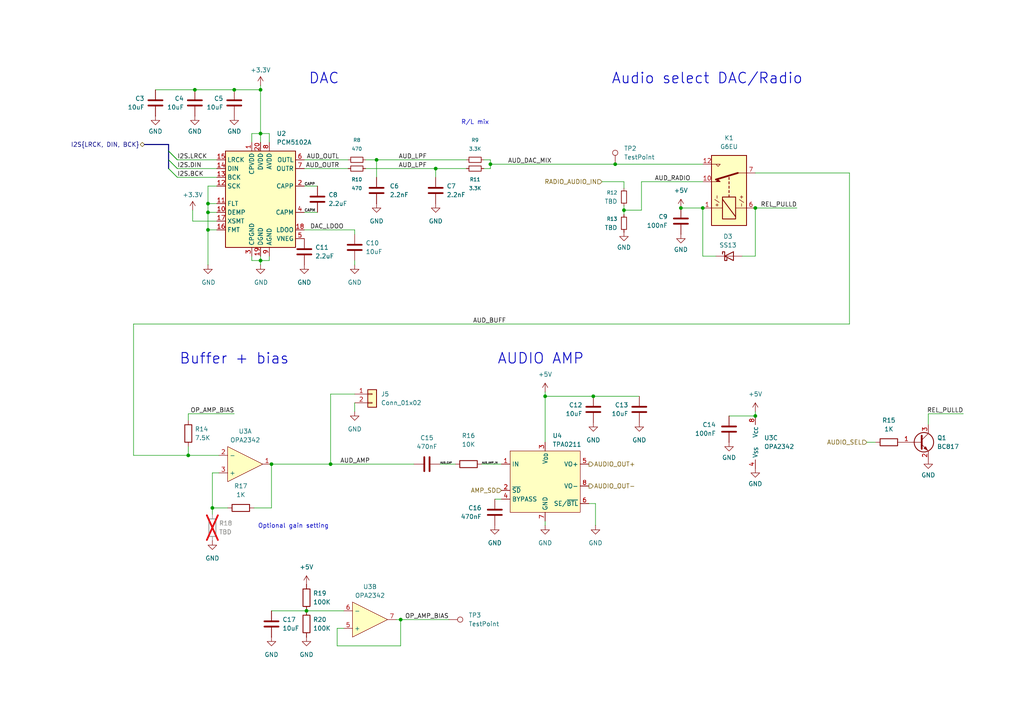
<source format=kicad_sch>
(kicad_sch (version 20250114) (generator "eeschema") (generator_version "9.0")
  (paper "A4")
  (title_block (title "Tesla sextant BT DAC") (date "2026-02-02") (rev "2.3") (comment 1 "Caps MLCC 50V dielectric X7R / X5R unless noted otherwise") (comment 2 "Resistors 1% 125mW 150V unless noted otherwise"))
  (lib_symbols
    (symbol "Audio:PCM5102A"
      (property "Reference" "U" (at -10.16 13.97 0))
      (property "Value" "PCM5102A" (at 3.81 13.97 0))
      (symbol "PCM5102A_0_1"
        (rectangle (start -10.16 12.7) (end 10.16 -15.24) (stroke (width 0.254)) (fill (type background)))
      )
      (symbol "PCM5102A_1_1"
        (pin input line (at -12.7 10.16 0) (length 2.54) (name "LRCK") (number "15"))
        (pin input line (at -12.7 7.62 0) (length 2.54) (name "DIN") (number "14"))
        (pin input line (at -12.7 5.08 0) (length 2.54) (name "BCK") (number "13"))
        (pin input line (at -12.7 2.54 0) (length 2.54) (name "SCK") (number "12"))
        (pin input line (at -12.7 -2.54 0) (length 2.54) (name "FLT") (number "11"))
        (pin input line (at -12.7 -5.08 0) (length 2.54) (name "DEMP") (number "10"))
        (pin input line (at -12.7 -7.62 0) (length 2.54) (name "XSMT") (number "17"))
        (pin input line (at -12.7 -10.16 0) (length 2.54) (name "FMT") (number "16"))
        (pin passive line (at -2.54 15.24 270) (length 2.54) (name "CPVDD") (number "1"))
        (pin power_in line (at -2.54 -17.78 90) (length 2.54) (name "CPGND") (number "3"))
        (pin power_in line (at 0 15.24 270) (length 2.54) (name "DVDD") (number "20"))
        (pin power_in line (at 0 -17.78 90) (length 2.54) (name "DGND") (number "19"))
        (pin power_in line (at 2.54 15.24 270) (length 2.54) (name "AVDD") (number "8"))
        (pin power_in line (at 2.54 -17.78 90) (length 2.54) (name "AGND") (number "9"))
        (pin output line (at 12.7 10.16 180) (length 2.54) (name "OUTL") (number "6"))
        (pin output line (at 12.7 7.62 180) (length 2.54) (name "OUTR") (number "7"))
        (pin passive line (at 12.7 2.54 180) (length 2.54) (name "CAPP") (number "2"))
        (pin passive line (at 12.7 -5.08 180) (length 2.54) (name "CAPM") (number "4"))
        (pin passive line (at 12.7 -10.16 180) (length 2.54) (name "LDOO") (number "18"))
        (pin passive line (at 12.7 -12.7 180) (length 2.54) (name "VNEG") (number "5"))
      )
    )
    (symbol "Connector:TestPoint" (pin_numbers (hide yes)) (pin_names (offset 0.762) (hide yes))
      (property "Reference" "TP" (at 0 6.858 0))
      (property "Value" "TestPoint" (at 0 5.08 0))
      (symbol "TestPoint_0_1"
        (circle (center 0 3.302) (radius 0.762))
      )
      (symbol "TestPoint_1_1"
        (pin passive line (at 0 0 90) (length 2.54) (name "1") (number "1"))
      )
    )
    (symbol "Connector_Generic:Conn_01x02" (pin_names (offset 1.016) (hide yes))
      (property "Reference" "J" (at 0 2.54 0))
      (property "Value" "Conn_01x02" (at 0 -5.08 0))
      (symbol "Conn_01x02_1_1"
        (rectangle (start -1.27 1.27) (end 1.27 -3.81) (stroke (width 0.254)) (fill (type background)))
        (rectangle (start -1.27 0.127) (end 0 -0.127) (stroke (width 0.1524)))
        (rectangle (start -1.27 -2.413) (end 0 -2.667) (stroke (width 0.1524)))
        (pin passive line (at -5.08 0 0) (length 3.81) (name "Pin_1") (number "1"))
        (pin passive line (at -5.08 -2.54 0) (length 3.81) (name "Pin_2") (number "2"))
      )
    )
    (symbol "Device:C" (pin_numbers (hide yes)) (pin_names (offset 0.254))
      (property "Reference" "C" (at 0.635 2.54 0))
      (property "Value" "C" (at 0.635 -2.54 0))
      (symbol "C_0_1"
        (polyline (pts (xy -2.032 0.762) (xy 2.032 0.762)) (stroke (width 0.508)))
        (polyline (pts (xy -2.032 -0.762) (xy 2.032 -0.762)) (stroke (width 0.508)))
      )
      (symbol "C_1_1"
        (pin passive line (at 0 3.81 270) (length 2.794) (name "~") (number "1"))
        (pin passive line (at 0 -3.81 90) (length 2.794) (name "~") (number "2"))
      )
    )
    (symbol "Device:R" (pin_numbers (hide yes)) (pin_names (offset 0))
      (property "Reference" "R" (at 2.032 0 90))
      (property "Value" "R" (at 0 0 90))
      (symbol "R_0_1"
        (rectangle (start -1.016 -2.54) (end 1.016 2.54) (stroke (width 0.254)))
      )
      (symbol "R_1_1"
        (pin passive line (at 0 3.81 270) (length 1.27) (name "~") (number "1"))
        (pin passive line (at 0 -3.81 90) (length 1.27) (name "~") (number "2"))
      )
    )
    (symbol "Device:R_Small" (pin_numbers (hide yes)) (pin_names (offset 0.254) (hide yes))
      (property "Reference" "R" (at 0 0 90))
      (property "Value" "R_Small" (at 1.778 0 90))
      (symbol "R_Small_0_1"
        (rectangle (start -0.762 1.778) (end 0.762 -1.778) (stroke (width 0.2032)))
      )
      (symbol "R_Small_1_1"
        (pin passive line (at 0 2.54 270) (length 0.762) (name "~") (number "1"))
        (pin passive line (at 0 -2.54 90) (length 0.762) (name "~") (number "2"))
      )
    )
    (symbol "Diode:SS13" (pin_numbers (hide yes)) (pin_names (offset 1.016) (hide yes))
      (property "Reference" "D" (at 0 2.54 0))
      (property "Value" "SS13" (at 0 -2.54 0))
      (symbol "SS13_0_1"
        (polyline (pts (xy -1.905 0.635) (xy -1.905 1.27) (xy -1.27 1.27) (xy -1.27 -1.27) (xy -0.635 -1.27) (xy -0.635 -0.635)) (stroke (width 0.254)))
        (polyline (pts (xy 1.27 1.27) (xy 1.27 -1.27) (xy -1.27 0) (xy 1.27 1.27)) (stroke (width 0.254)))
        (polyline (pts (xy 1.27 0) (xy -1.27 0)))
      )
      (symbol "SS13_1_1"
        (pin passive line (at -3.81 0 0) (length 2.54) (name "K") (number "1"))
        (pin passive line (at 3.81 0 180) (length 2.54) (name "A") (number "2"))
      )
    )
    (symbol "Relay:G6EU"
      (property "Reference" "K" (at 11.43 3.81 0))
      (property "Value" "G6EU" (at 11.43 1.27 0))
      (symbol "G6EU_0_0"
        (polyline (pts (xy 7.62 5.08) (xy 7.62 2.54) (xy 6.985 3.175) (xy 7.62 3.81)))
        (text "+/-" (at -3.048 3.556 0) (effects (font (size 1.016 1.016))))
        (text "-/+" (at -3.048 -3.556 0) (effects (font (size 1.016 1.016))))
      )
      (symbol "G6EU_0_1"
        (rectangle (start -10.16 5.08) (end 10.16 -5.08) (stroke (width 0.254)) (fill (type background)))
        (rectangle (start -8.255 1.905) (end -1.905 -1.905) (stroke (width 0.254)))
        (polyline (pts (xy -7.62 -1.905) (xy -2.54 1.905)) (stroke (width 0.254)))
        (polyline (pts (xy -5.08 5.08) (xy -5.08 1.905)))
        (polyline (pts (xy -5.08 -5.08) (xy -5.08 -1.905)))
        (polyline (pts (xy -1.905 0) (xy -1.27 0)) (stroke (width 0.254)))
        (polyline (pts (xy -0.635 0) (xy 0 0)) (stroke (width 0.254)))
        (polyline (pts (xy 0.635 0) (xy 1.27 0)) (stroke (width 0.254)))
        (polyline (pts (xy 1.905 0) (xy 2.54 0)) (stroke (width 0.254)))
        (polyline (pts (xy 2.54 5.08) (xy 2.54 2.54) (xy 3.175 3.175) (xy 2.54 3.81)) (fill (type outline)))
        (polyline (pts (xy 3.175 0) (xy 3.81 0)) (stroke (width 0.254)))
        (polyline (pts (xy 5.08 -2.54) (xy 3.175 3.81)) (stroke (width 0.508)))
        (polyline (pts (xy 5.08 -2.54) (xy 5.08 -5.08)))
      )
      (symbol "G6EU_1_1"
        (pin passive line (at -5.08 7.62 270) (length 2.54) (name "~") (number "1"))
        (pin passive line (at -5.08 -7.62 90) (length 2.54) (name "~") (number "6"))
        (pin passive line (at 2.54 7.62 270) (length 2.54) (name "~") (number "10"))
        (pin passive line (at 5.08 -7.62 90) (length 2.54) (name "~") (number "7"))
        (pin passive line (at 7.62 7.62 270) (length 2.54) (name "~") (number "12"))
      )
    )
    (symbol "Tesla_sextant_BT_Library:OPA2342"
      (property "Reference" "U" (at 1.778 7.62 0))
      (property "Value" "OPA2342" (at 5.588 5.588 0))
      (symbol "OPA2342_1_1"
        (polyline (pts (xy -3.81 5.08) (xy 6.35 0) (xy -3.81 -5.08) (xy -3.81 5.08)) (fill (type background)))
        (pin input line (at -6.35 2.54 0) (length 2.54) (name "-") (number "2"))
        (pin input line (at -6.35 -2.54 0) (length 2.54) (name "+") (number "3"))
        (pin output line (at 8.89 0 180) (length 2.54) (name "") (number "1"))
      )
      (symbol "OPA2342_2_1"
        (polyline (pts (xy -3.81 5.08) (xy 6.35 0) (xy -3.81 -5.08) (xy -3.81 5.08)) (fill (type background)))
        (pin input line (at -6.35 2.54 0) (length 2.54) (name "-") (number "6"))
        (pin input line (at -6.35 -2.54 0) (length 2.54) (name "+") (number "5"))
        (pin output line (at 8.89 0 180) (length 2.54) (name "") (number "7"))
      )
      (symbol "OPA2342_3_1"
        (pin power_in line (at 0 7.62 270) (length 2.54) (name "V_{CC}") (number "8"))
        (pin power_in line (at 0 -7.62 90) (length 2.54) (name "V_{SS}") (number "4"))
      )
    )
    (symbol "Tesla_sextant_BT_Library:TPA0211"
      (property "Reference" "U" (at 1.524 12.192 0))
      (property "Value" "TPA0211" (at 1.778 10.16 0))
      (symbol "TPA0211_1_1"
        (rectangle (start -10.16 8.89) (end 10.16 -8.89) (fill (type background)))
        (pin input line (at -12.7 5.08 0) (length 2.54) (name "IN") (number "1"))
        (pin input line (at -12.7 -2.54 0) (length 2.54) (name "~{SD}") (number "2"))
        (pin input line (at -12.7 -5.08 0) (length 2.54) (name "BYPASS") (number "4"))
        (pin power_in line (at 0 11.43 270) (length 2.54) (name "V_{DD}") (number "3"))
        (pin power_in line (at 0 -11.43 90) (length 2.54) (name "GND") (number "7"))
        (pin output line (at 12.7 5.08 180) (length 2.54) (name "VO+") (number "5"))
        (pin output line (at 12.7 -1.27 180) (length 2.54) (name "VO-") (number "8"))
        (pin input line (at 12.7 -6.35 180) (length 2.54) (name "SE/~{BTL}") (number "6"))
      )
    )
    (symbol "Transistor_BJT:BC817" (pin_names (offset 0) (hide yes))
      (property "Reference" "Q" (at 5.08 1.905 0))
      (property "Value" "BC817" (at 5.08 0 0))
      (symbol "BC817_0_1"
        (polyline (pts (xy -2.54 0) (xy 0.635 0)))
        (polyline (pts (xy 0.635 1.905) (xy 0.635 -1.905)) (stroke (width 0.508)))
        (circle (center 1.27 0) (radius 2.8194) (stroke (width 0.254)))
      )
      (symbol "BC817_1_1"
        (polyline (pts (xy 0.635 0.635) (xy 2.54 2.54)))
        (polyline (pts (xy 0.635 -0.635) (xy 2.54 -2.54)))
        (polyline (pts (xy 1.27 -1.778) (xy 1.778 -1.27) (xy 2.286 -2.286) (xy 1.27 -1.778)) (fill (type outline)))
        (pin input line (at -5.08 0 0) (length 2.54) (name "B") (number "1"))
        (pin passive line (at 2.54 5.08 270) (length 2.54) (name "C") (number "3"))
        (pin passive line (at 2.54 -5.08 90) (length 2.54) (name "E") (number "2"))
      )
    )
    (symbol "power:+3.3V" (power) (pin_numbers (hide yes)) (pin_names (offset 0) (hide yes))
      (property "Value" "+3.3V" (at 0 3.556 0))
      (symbol "+3.3V_0_1"
        (polyline (pts (xy -0.762 1.27) (xy 0 2.54)))
        (polyline (pts (xy 0 2.54) (xy 0.762 1.27)))
        (polyline (pts (xy 0 0) (xy 0 2.54)))
      )
      (symbol "+3.3V_1_1"
        (pin power_in line (at 0 0 90) (length 0) (name "~") (number "1"))
      )
    )
    (symbol "power:+5V" (power) (pin_numbers (hide yes)) (pin_names (offset 0) (hide yes))
      (property "Value" "+5V" (at 0 3.556 0))
      (symbol "+5V_0_1"
        (polyline (pts (xy -0.762 1.27) (xy 0 2.54)))
        (polyline (pts (xy 0 2.54) (xy 0.762 1.27)))
        (polyline (pts (xy 0 0) (xy 0 2.54)))
      )
      (symbol "+5V_1_1"
        (pin power_in line (at 0 0 90) (length 0) (name "~") (number "1"))
      )
    )
    (symbol "power:GND" (power) (pin_numbers (hide yes)) (pin_names (offset 0) (hide yes))
      (property "Value" "GND" (at 0 -3.81 0))
      (symbol "GND_0_1"
        (polyline (pts (xy 0 0) (xy 0 -1.27) (xy 1.27 -1.27) (xy 0 -2.54) (xy -1.27 -1.27) (xy 0 -1.27)))
      )
      (symbol "GND_1_1"
        (pin power_in line (at 0 0 270) (length 0) (name "~") (number "1"))
      )
    )
  )
  (text "Audio select DAC/Radio" (at 205.105 22.86 0) (effects (font (size 3.048 3.048) (thickness 0.254) (bold yes))))
  (text "AUDIO AMP" (at 156.845 104.14 0) (effects (font (size 3.048 3.048) (thickness 0.254) (bold yes))))
  (text "R/L mix" (at 137.795 35.56 0) (effects (font (size 1.27 1.27))))
  (text "Buffer + bias" (at 67.945 104.14 0) (effects (font (size 3.048 3.048) (thickness 0.254) (bold yes))))
  (text "DAC" (at 93.98 22.86 0) (effects (font (size 3.048 3.048) (thickness 0.254) (bold yes))))
  (text "Optional gain setting" (at 85.09 152.654 0) (effects (font (size 1.27 1.27))))
  (junction (at 197.485 60.325))
  (junction (at 67.945 26.035))
  (junction (at 172.085 114.935))
  (junction (at 60.325 66.675))
  (junction (at 88.9 177.165))
  (junction (at 75.565 75.565))
  (junction (at 56.515 26.035))
  (junction (at 60.325 59.055))
  (junction (at 109.22 46.355))
  (junction (at 180.975 60.96))
  (junction (at 142.24 47.625))
  (junction (at 75.565 38.735))
  (junction (at 219.075 60.325))
  (junction (at 54.61 132.08))
  (junction (at 78.74 134.62))
  (junction (at 75.565 26.035))
  (junction (at 95.885 134.62))
  (junction (at 219.075 120.65))
  (junction (at 61.595 147.32))
  (junction (at 178.435 47.625))
  (junction (at 203.835 60.325))
  (junction (at 158.115 114.935))
  (junction (at 116.205 179.705))
  (junction (at 60.325 61.595))
  (junction (at 126.365 48.895))
  (bus_entry (at 48.895 43.815) (size 2.54 2.54))
  (bus_entry (at 48.895 46.355) (size 2.54 2.54))
  (bus_entry (at 48.895 43.815) (size 2.54 2.54))
  (bus_entry (at 48.895 46.355) (size 2.54 2.54))
  (bus_entry (at 48.895 43.815) (size 2.54 2.54))
  (bus_entry (at 48.895 48.895) (size 2.54 2.54))
  (bus_entry (at 48.895 48.895) (size 2.54 2.54))
  (wire (pts (xy 73.025 74.295) (xy 73.025 75.565)))
  (wire (pts (xy 197.485 60.325) (xy 203.835 60.325)))
  (wire (pts (xy 55.88 60.96) (xy 55.88 64.135)))
  (wire (pts (xy 211.455 120.65) (xy 219.075 120.65)))
  (wire (pts (xy 62.865 59.055) (xy 60.325 59.055)))
  (wire (pts (xy 78.105 74.295) (xy 78.105 75.565)))
  (wire (pts (xy 61.595 147.32) (xy 61.595 149.225)))
  (wire (pts (xy 51.435 46.355) (xy 62.865 46.355)))
  (bus (pts (xy 48.895 46.355) (xy 48.895 48.895)))
  (wire (pts (xy 116.205 179.705) (xy 116.205 187.325)))
  (wire (pts (xy 109.22 46.355) (xy 109.22 51.435)))
  (wire (pts (xy 75.565 24.765) (xy 75.565 26.035)))
  (wire (pts (xy 102.87 67.945) (xy 102.87 66.675)))
  (wire (pts (xy 99.695 182.245) (xy 97.79 182.245)))
  (wire (pts (xy 186.055 60.96) (xy 186.055 52.705)))
  (wire (pts (xy 60.325 61.595) (xy 60.325 66.675)))
  (bus (pts (xy 48.895 43.815) (xy 48.895 46.355)))
  (wire (pts (xy 54.61 121.92) (xy 54.61 120.015)))
  (wire (pts (xy 67.945 26.035) (xy 75.565 26.035)))
  (wire (pts (xy 102.87 119.38) (xy 102.87 116.84)))
  (wire (pts (xy 180.975 60.96) (xy 180.975 62.23)))
  (wire (pts (xy 60.325 53.975) (xy 60.325 59.055)))
  (wire (pts (xy 114.935 179.705) (xy 116.205 179.705)))
  (wire (pts (xy 172.72 146.05) (xy 172.72 152.4)))
  (wire (pts (xy 38.735 93.98) (xy 38.735 132.08)))
  (wire (pts (xy 61.595 137.16) (xy 63.5 137.16)))
  (wire (pts (xy 78.74 177.165) (xy 88.9 177.165)))
  (bus (pts (xy 41.91 41.91) (xy 48.895 41.91)))
  (wire (pts (xy 139.7 134.62) (xy 145.415 134.62)))
  (wire (pts (xy 73.025 38.735) (xy 75.565 38.735)))
  (wire (pts (xy 54.61 129.54) (xy 54.61 132.08)))
  (wire (pts (xy 185.42 114.935) (xy 172.085 114.935)))
  (wire (pts (xy 170.815 146.05) (xy 172.72 146.05)))
  (bus (pts (xy 48.895 41.91) (xy 48.895 43.815)))
  (wire (pts (xy 61.595 147.32) (xy 66.04 147.32)))
  (wire (pts (xy 62.865 64.135) (xy 55.88 64.135)))
  (wire (pts (xy 51.435 51.435) (xy 62.865 51.435)))
  (wire (pts (xy 88.265 48.895) (xy 100.965 48.895)))
  (wire (pts (xy 54.61 120.015) (xy 67.945 120.015)))
  (wire (pts (xy 62.865 53.975) (xy 60.325 53.975)))
  (wire (pts (xy 60.325 66.675) (xy 62.865 66.675)))
  (wire (pts (xy 158.115 114.935) (xy 158.115 128.27)))
  (wire (pts (xy 78.74 134.62) (xy 95.885 134.62)))
  (wire (pts (xy 106.045 46.355) (xy 109.22 46.355)))
  (wire (pts (xy 75.565 38.735) (xy 75.565 41.275)))
  (wire (pts (xy 102.87 66.675) (xy 88.265 66.675)))
  (wire (pts (xy 142.24 47.625) (xy 142.24 48.895)))
  (wire (pts (xy 109.22 46.355) (xy 135.255 46.355)))
  (wire (pts (xy 75.565 74.295) (xy 75.565 75.565)))
  (wire (pts (xy 60.325 59.055) (xy 60.325 61.595)))
  (wire (pts (xy 75.565 38.735) (xy 75.565 26.035)))
  (wire (pts (xy 180.975 52.705) (xy 180.975 54.61)))
  (wire (pts (xy 143.51 144.78) (xy 145.415 144.78)))
  (wire (pts (xy 246.38 93.98) (xy 38.735 93.98)))
  (wire (pts (xy 127.635 134.62) (xy 132.08 134.62)))
  (wire (pts (xy 61.595 137.16) (xy 61.595 147.32)))
  (wire (pts (xy 88.265 46.355) (xy 100.965 46.355)))
  (wire (pts (xy 126.365 48.895) (xy 135.255 48.895)))
  (wire (pts (xy 116.205 179.705) (xy 130.175 179.705)))
  (wire (pts (xy 60.325 61.595) (xy 62.865 61.595)))
  (wire (pts (xy 67.945 26.035) (xy 56.515 26.035)))
  (wire (pts (xy 38.735 132.08) (xy 54.61 132.08)))
  (wire (pts (xy 174.625 52.705) (xy 180.975 52.705)))
  (wire (pts (xy 106.045 48.895) (xy 126.365 48.895)))
  (wire (pts (xy 51.435 48.895) (xy 62.865 48.895)))
  (wire (pts (xy 92.075 61.595) (xy 88.265 61.595)))
  (wire (pts (xy 75.565 75.565) (xy 75.565 76.835)))
  (wire (pts (xy 142.24 46.355) (xy 142.24 47.625)))
  (wire (pts (xy 172.085 114.935) (xy 158.115 114.935)))
  (wire (pts (xy 92.075 53.975) (xy 88.265 53.975)))
  (wire (pts (xy 73.025 41.275) (xy 73.025 38.735)))
  (wire (pts (xy 246.38 50.165) (xy 246.38 93.98)))
  (wire (pts (xy 126.365 48.895) (xy 126.365 51.435)))
  (wire (pts (xy 186.055 52.705) (xy 203.835 52.705)))
  (wire (pts (xy 158.115 152.4) (xy 158.115 151.13)))
  (wire (pts (xy 102.87 76.835) (xy 102.87 75.565)))
  (wire (pts (xy 251.46 128.27) (xy 254 128.27)))
  (wire (pts (xy 95.885 134.62) (xy 120.015 134.62)))
  (wire (pts (xy 88.9 177.165) (xy 99.695 177.165)))
  (wire (pts (xy 178.435 47.625) (xy 203.835 47.625)))
  (wire (pts (xy 60.325 66.675) (xy 60.325 76.835)))
  (wire (pts (xy 158.115 113.665) (xy 158.115 114.935)))
  (wire (pts (xy 95.885 134.62) (xy 95.885 114.3)))
  (wire (pts (xy 215.265 74.295) (xy 219.075 74.295)))
  (wire (pts (xy 56.515 26.035) (xy 45.085 26.035)))
  (wire (pts (xy 269.24 120.015) (xy 269.24 123.19)))
  (wire (pts (xy 73.025 75.565) (xy 75.565 75.565)))
  (wire (pts (xy 219.075 50.165) (xy 246.38 50.165)))
  (wire (pts (xy 95.885 114.3) (xy 102.87 114.3)))
  (wire (pts (xy 142.24 47.625) (xy 178.435 47.625)))
  (wire (pts (xy 78.105 38.735) (xy 75.565 38.735)))
  (wire (pts (xy 54.61 132.08) (xy 63.5 132.08)))
  (wire (pts (xy 180.975 59.69) (xy 180.975 60.96)))
  (wire (pts (xy 97.79 187.325) (xy 116.205 187.325)))
  (wire (pts (xy 180.975 60.96) (xy 186.055 60.96)))
  (wire (pts (xy 78.105 41.275) (xy 78.105 38.735)))
  (wire (pts (xy 203.835 60.325) (xy 203.835 74.295)))
  (wire (pts (xy 279.4 120.015) (xy 269.24 120.015)))
  (wire (pts (xy 78.74 134.62) (xy 78.74 147.32)))
  (wire (pts (xy 203.835 74.295) (xy 207.645 74.295)))
  (wire (pts (xy 219.075 119.38) (xy 219.075 120.65)))
  (wire (pts (xy 140.335 46.355) (xy 142.24 46.355)))
  (wire (pts (xy 73.66 147.32) (xy 78.74 147.32)))
  (wire (pts (xy 142.24 48.895) (xy 140.335 48.895)))
  (wire (pts (xy 219.075 60.325) (xy 231.14 60.325)))
  (wire (pts (xy 97.79 182.245) (xy 97.79 187.325)))
  (wire (pts (xy 78.105 75.565) (xy 75.565 75.565)))
  (wire (pts (xy 219.075 60.325) (xy 219.075 74.295)))
  (label "REL_PULLD" (at 279.4 120.015 180))
  (label "AUD_OUTR" (at 98.425 48.895 180))
  (label "CAPM" (at 88.265 61.595 0) (effects (font (size 0.762 0.762))))
  (label "REL_PULLD" (at 231.14 60.325 180))
  (label "AUD_DAC_MIX" (at 160.02 47.625 180))
  (label "OP_AMP_BIAS" (at 130.175 179.705 180))
  (label "AUD_BUFF" (at 137.16 93.98 0))
  (label "OP_AMP_BIAS" (at 67.945 120.015 180))
  (label "I2S.LRCK" (at 51.435 46.355 0))
  (label "I2S.BCK" (at 51.435 51.435 0))
  (label "CAPP" (at 88.265 53.975 0) (effects (font (size 0.762 0.762))))
  (label "AUD_AMP_IN" (at 139.7 134.62 0) (effects (font (size 0.508 0.508))))
  (label "AUD_LPF" (at 123.825 46.355 180))
  (label "AUD_LPF" (at 123.825 48.895 180))
  (label "DAC_LDOO" (at 99.695 66.675 180))
  (label "AUD_AMP" (at 107.315 134.62 180))
  (label "AUD_CAP" (at 127.635 134.62 0) (effects (font (size 0.508 0.508))))
  (label "AUD_RADIO" (at 189.865 52.705 0))
  (label "I2S.DIN" (at 51.435 48.895 0))
  (label "AUD_OUTL" (at 98.425 46.355 180))
  (hierarchical_label "AUDIO_SEL" (shape input) (at 251.46 128.27 180))
  (hierarchical_label "RADIO_AUDIO_IN" (shape input) (at 174.625 52.705 180))
  (hierarchical_label "AUDIO_OUT+" (shape output) (at 170.815 134.62 0))
  (hierarchical_label "AUDIO_OUT-" (shape output) (at 170.815 140.97 0))
  (hierarchical_label "I2S{LRCK, DIN, BCK}" (shape bidirectional) (at 41.91 41.91 180))
  (hierarchical_label "AMP_SD" (shape input) (at 145.415 142.24 180))
  (symbol (lib_id "power:+5V") (at 158.115 113.665 0) (unit 1)
    (property "Reference" "#PWR045" (effects (hide yes)))
    (property "Value" "+5V" (at 158.115 108.585 0))
    (property "Description" "Power symbol creates a global label with name \"+5V\"" (effects (hide yes)))
  )
  (symbol (lib_id "Device:C") (at 45.085 29.845 0) (mirror y) (unit 1)
    (property "Reference" "C3" (at 41.91 28.5749 0) (effects (justify left)))
    (property "Value" "10uF" (at 41.91 31.1149 0) (effects (justify left)))
    (property "Footprint" "Capacitor_SMD:C_0805_2012Metric" (effects (hide yes)))
    (property "Description" "Unpolarized capacitor" (effects (hide yes)))
  )
  (symbol (lib_id "Connector_Generic:Conn_01x02") (at 107.95 114.3 0) (unit 1) (in_bom no)
    (property "Reference" "J5" (at 110.49 114.2999 0) (effects (justify left)))
    (property "Value" "Conn_01x02" (at 110.49 116.8399 0) (effects (justify left)))
    (property "Footprint" "Tesla_Library:Conn_Solder_1x02_SMD" (effects (hide yes)))
    (property "Description" "Generic connector, single row, 01x02, script generated (kicad-library-utils/schlib/autogen/connector/)" (effects (hide yes)))
  )
  (symbol (lib_id "Device:R") (at 257.81 128.27 90) (unit 1)
    (property "Reference" "R15" (at 257.81 121.92 90))
    (property "Value" "1K" (at 257.81 124.46 90))
    (property "Footprint" "Capacitor_SMD:C_0805_2012Metric" (effects (hide yes)))
    (property "Description" "Resistor" (effects (hide yes)))
  )
  (symbol (lib_id "power:GND") (at 45.085 33.655 0) (mirror y) (unit 1)
    (property "Reference" "#PWR026" (effects (hide yes)))
    (property "Value" "GND" (at 45.085 38.1 0))
    (property "Description" "Power symbol creates a global label with name \"GND\" , ground" (effects (hide yes)))
  )
  (symbol (lib_id "Device:C") (at 126.365 55.245 0) (unit 1)
    (property "Reference" "C7" (at 129.54 53.9749 0) (effects (justify left)))
    (property "Value" "2.2nF" (at 129.54 56.5149 0) (effects (justify left)))
    (property "Footprint" "Capacitor_SMD:C_0805_2012Metric" (effects (hide yes)))
    (property "Description" "Unpolarized capacitor" (effects (hide yes)))
  )
  (symbol (lib_id "Device:R_Small") (at 137.795 46.355 90) (unit 1)
    (property "Reference" "R9" (at 137.795 40.64 90) (effects (font (size 1.016 1.016))))
    (property "Value" "3.3K" (at 137.795 43.18 90) (effects (font (size 1.016 1.016))))
    (property "Footprint" "Capacitor_SMD:C_0805_2012Metric" (effects (hide yes)))
    (property "Description" "Resistor, small symbol" (effects (hide yes)))
  )
  (symbol (lib_id "power:GND") (at 88.9 184.785 0) (unit 1)
    (property "Reference" "#PWR061" (effects (hide yes)))
    (property "Value" "GND" (at 88.9 189.865 0))
    (property "Description" "Power symbol creates a global label with name \"GND\" , ground" (effects (hide yes)))
  )
  (symbol (lib_id "power:GND") (at 185.42 122.555 0) (mirror y) (unit 1)
    (property "Reference" "#PWR048" (effects (hide yes)))
    (property "Value" "GND" (at 185.42 127.635 0))
    (property "Description" "Power symbol creates a global label with name \"GND\" , ground" (effects (hide yes)))
  )
  (symbol (lib_id "Tesla_sextant_BT_Library:OPA2342") (at 69.85 134.62 0) (unit 1)
    (property "Reference" "U3" (at 71.12 125.095 0))
    (property "Value" "OPA2342" (at 71.12 127.635 0))
    (property "Footprint" "Package_SO:SOIC-8_3.9x4.9mm_P1.27mm" (effects (hide yes)))
    (property "Datasheet" "https://www.ti.com/lit/gpn/opa2342" (effects (hide yes)))
    (property "Description" "Dual OP AMP, 5.5-V, 1-MHz, low bias current" (effects (hide yes)))
  )
  (symbol (lib_id "Transistor_BJT:BC817") (at 266.7 128.27 0) (unit 1)
    (property "Reference" "Q1" (at 271.78 126.9999 0) (effects (justify left)))
    (property "Value" "BC817" (at 271.78 129.5399 0) (effects (justify left)))
    (property "Footprint" "Package_TO_SOT_SMD:SOT-23" (effects (hide yes)))
    (property "Datasheet" "https://www.onsemi.com/pub/Collateral/BC818-D.pdf" (effects (hide yes)))
    (property "Description" "0.8A Ic, 45V Vce, NPN Transistor, SOT-23" (effects (hide yes)))
    (property "Sim.Device" "NPN" (effects (hide yes)))
    (property "Sim.Pins" "1=B 2=E 3=C" (effects (hide yes)))
  )
  (symbol (lib_id "Device:R_Small") (at 137.795 48.895 270) (unit 1)
    (property "Reference" "R11" (at 137.795 52.07 90) (effects (font (size 1.016 1.016))))
    (property "Value" "3.3K" (at 137.795 54.61 90) (effects (font (size 1.016 1.016))))
    (property "Footprint" "Capacitor_SMD:C_0805_2012Metric" (effects (hide yes)))
    (property "Description" "Resistor, small symbol" (effects (hide yes)))
  )
  (symbol (lib_id "power:GND") (at 269.24 133.35 0) (unit 1)
    (property "Reference" "#PWR050" (effects (hide yes)))
    (property "Value" "GND" (at 269.24 137.795 0))
    (property "Description" "Power symbol creates a global label with name \"GND\" , ground" (effects (hide yes)))
  )
  (symbol (lib_id "Device:C") (at 67.945 29.845 0) (mirror y) (unit 1)
    (property "Reference" "C5" (at 64.77 28.5749 0) (effects (justify left)))
    (property "Value" "10uF" (at 64.77 31.1149 0) (effects (justify left)))
    (property "Footprint" "Capacitor_SMD:C_0805_2012Metric" (effects (hide yes)))
    (property "Description" "Unpolarized capacitor" (effects (hide yes)))
  )
  (symbol (lib_id "Device:C") (at 109.22 55.245 0) (unit 1)
    (property "Reference" "C6" (at 113.03 53.9749 0) (effects (justify left)))
    (property "Value" "2.2nF" (at 113.03 56.5149 0) (effects (justify left)))
    (property "Footprint" "Capacitor_SMD:C_0805_2012Metric" (effects (hide yes)))
    (property "Description" "Unpolarized capacitor" (effects (hide yes)))
  )
  (symbol (lib_id "power:GND") (at 172.085 122.555 0) (mirror y) (unit 1)
    (property "Reference" "#PWR047" (effects (hide yes)))
    (property "Value" "GND" (at 172.085 127.635 0))
    (property "Description" "Power symbol creates a global label with name \"GND\" , ground" (effects (hide yes)))
  )
  (symbol (lib_id "Audio:PCM5102A") (at 75.565 56.515 0) (unit 1)
    (property "Reference" "U2" (at 80.2483 38.735 0) (effects (justify left)))
    (property "Value" "PCM5102A" (at 80.2483 41.275 0) (effects (justify left)))
    (property "Footprint" "Package_SO:TSSOP-20_4.4x6.5mm_P0.65mm" (effects (hide yes)))
    (property "Datasheet" "https://www.ti.com/lit/ds/symlink/pcm5102a.pdf" (effects (hide yes)))
    (property "Description" "2.1 VRMS, 112dB Audio Stereo DAC with PLL and 32-bit, 384kHz PCM Interface, TSSOP-20" (effects (hide yes)))
  )
  (symbol (lib_id "Device:C") (at 143.51 148.59 0) (unit 1)
    (property "Reference" "C16" (at 139.7 147.3199 0) (effects (justify right)))
    (property "Value" "470nF" (at 139.7 149.8599 0) (effects (justify right)))
    (property "Footprint" "Capacitor_SMD:C_0805_2012Metric" (effects (hide yes)))
    (property "Description" "Unpolarized capacitor" (effects (hide yes)))
  )
  (symbol (lib_id "Device:R") (at 54.61 125.73 0) (unit 1)
    (property "Reference" "R14" (at 56.515 124.4599 0) (effects (justify left)))
    (property "Value" "7.5K" (at 56.515 126.9999 0) (effects (justify left)))
    (property "Footprint" "Capacitor_SMD:C_0805_2012Metric" (effects (hide yes)))
    (property "Description" "Resistor" (effects (hide yes)))
  )
  (symbol (lib_id "power:+5V") (at 88.9 169.545 0) (unit 1)
    (property "Reference" "#PWR058" (effects (hide yes)))
    (property "Value" "+5V" (at 88.9 164.465 0))
    (property "Description" "Power symbol creates a global label with name \"+5V\"" (effects (hide yes)))
  )
  (symbol (lib_id "Device:C") (at 172.085 118.745 0) (mirror y) (unit 1)
    (property "Reference" "C12" (at 168.91 117.4749 0) (effects (justify left)))
    (property "Value" "10uF" (at 168.91 120.0149 0) (effects (justify left)))
    (property "Footprint" "Capacitor_SMD:C_0805_2012Metric" (effects (hide yes)))
    (property "Description" "Unpolarized capacitor" (effects (hide yes)))
  )
  (symbol (lib_id "Device:R_Small") (at 103.505 46.355 90) (unit 1)
    (property "Reference" "R8" (at 103.505 40.64 90) (effects (font (size 1.016 1.016))))
    (property "Value" "470" (at 103.505 43.18 90) (effects (font (size 1.016 1.016))))
    (property "Footprint" "Capacitor_SMD:C_0805_2012Metric" (effects (hide yes)))
    (property "Description" "Resistor, small symbol" (effects (hide yes)))
  )
  (symbol (lib_id "Device:C") (at 92.075 57.785 0) (unit 1)
    (property "Reference" "C8" (at 95.25 56.5149 0) (effects (justify left)))
    (property "Value" "2.2uF" (at 95.25 59.0549 0) (effects (justify left)))
    (property "Footprint" "Capacitor_SMD:C_0805_2012Metric" (effects (hide yes)))
    (property "Description" "Unpolarized capacitor" (effects (hide yes)))
  )
  (symbol (lib_id "power:+3.3V") (at 75.565 24.765 0) (unit 1)
    (property "Reference" "#PWR019" (effects (hide yes)))
    (property "Value" "+3.3V" (at 75.565 20.32 0))
    (property "Description" "Power symbol creates a global label with name \"+3.3V\"" (effects (hide yes)))
  )
  (symbol (lib_id "Connector:TestPoint") (at 130.175 179.705 270) (unit 1) (in_bom no)
    (property "Reference" "TP3" (at 135.89 178.4349 90) (effects (justify left)))
    (property "Value" "TestPoint" (at 135.89 180.9749 90) (effects (justify left)))
    (property "Footprint" "TestPoint:TestPoint_Pad_D2.5mm" (effects (hide yes)))
    (property "Description" "test point" (effects (hide yes)))
  )
  (symbol (lib_id "power:GND") (at 219.075 135.89 0) (unit 1)
    (property "Reference" "#PWR051" (effects (hide yes)))
    (property "Value" "GND" (at 219.075 140.335 0))
    (property "Description" "Power symbol creates a global label with name \"GND\" , ground" (effects (hide yes)))
  )
  (symbol (lib_id "Connector:TestPoint") (at 178.435 47.625 0) (unit 1) (in_bom no)
    (property "Reference" "TP2" (at 180.975 43.0529 0) (effects (justify left)))
    (property "Value" "TestPoint" (at 180.975 45.5929 0) (effects (justify left)))
    (property "Footprint" "TestPoint:TestPoint_Pad_D2.5mm" (effects (hide yes)))
    (property "Description" "test point" (effects (hide yes)))
  )
  (symbol (lib_id "Device:C") (at 185.42 118.745 0) (mirror y) (unit 1)
    (property "Reference" "C13" (at 182.245 117.4749 0) (effects (justify left)))
    (property "Value" "10uF" (at 182.245 120.0149 0) (effects (justify left)))
    (property "Footprint" "Capacitor_SMD:C_0805_2012Metric" (effects (hide yes)))
    (property "Description" "Unpolarized capacitor" (effects (hide yes)))
  )
  (symbol (lib_id "Device:C") (at 78.74 180.975 0) (unit 1)
    (property "Reference" "C17" (at 81.915 179.7049 0) (effects (justify left)))
    (property "Value" "10uF" (at 81.915 182.2449 0) (effects (justify left)))
    (property "Footprint" "Capacitor_SMD:C_0805_2012Metric" (effects (hide yes)))
    (property "Description" "Unpolarized capacitor" (effects (hide yes)))
  )
  (symbol (lib_id "Device:R") (at 61.595 153.035 180) (unit 1) (in_bom no) (dnp yes)
    (property "Reference" "R18" (at 63.5 151.7649 0) (effects (justify right)))
    (property "Value" "TBD" (at 63.5 154.3049 0) (effects (justify right)))
    (property "Footprint" "Capacitor_SMD:C_0805_2012Metric" (effects (hide yes)))
    (property "Description" "Resistor" (effects (hide yes)))
  )
  (symbol (lib_id "power:GND") (at 102.87 76.835 0) (unit 1)
    (property "Reference" "#PWR040" (effects (hide yes)))
    (property "Value" "GND" (at 102.87 81.915 0))
    (property "Description" "Power symbol creates a global label with name \"GND\" , ground" (effects (hide yes)))
  )
  (symbol (lib_id "Device:R") (at 88.9 180.975 0) (unit 1)
    (property "Reference" "R20" (at 90.805 179.7049 0) (effects (justify left)))
    (property "Value" "100K" (at 90.805 182.2449 0) (effects (justify left)))
    (property "Footprint" "Capacitor_SMD:C_0805_2012Metric" (effects (hide yes)))
    (property "Description" "Resistor" (effects (hide yes)))
  )
  (symbol (lib_id "Relay:G6EU") (at 211.455 55.245 90) (unit 1)
    (property "Reference" "K1" (at 211.455 40.005 90))
    (property "Value" "G6EU" (at 211.455 42.545 90))
    (property "Footprint" "Relay_THT:Relay_SPDT_Omron_G6E" (effects (hide yes)))
    (property "Datasheet" "https://www.omron.com/ecb/products/pdf/en-g6e.pdf" (effects (hide yes)))
    (property "Description" "Omron G6E relay, Subminiature, Sensitive SPDT Signal Switching Relay, Single-winding latching" (effects (hide yes)))
  )
  (symbol (lib_id "power:GND") (at 60.325 76.835 0) (unit 1)
    (property "Reference" "#PWR042" (effects (hide yes)))
    (property "Value" "GND" (at 58.42 81.915 0) (effects (justify left)))
    (property "Description" "Power symbol creates a global label with name \"GND\" , ground" (effects (hide yes)))
  )
  (symbol (lib_id "power:+5V") (at 197.485 60.325 0) (unit 1)
    (property "Reference" "#PWR031" (effects (hide yes)))
    (property "Value" "+5V" (at 197.485 55.245 0))
    (property "Description" "Power symbol creates a global label with name \"+5V\"" (effects (hide yes)))
  )
  (symbol (lib_id "Device:C") (at 88.265 73.025 0) (unit 1)
    (property "Reference" "C11" (at 91.44 71.7549 0) (effects (justify left)))
    (property "Value" "2.2uF" (at 91.44 74.2949 0) (effects (justify left)))
    (property "Footprint" "Capacitor_SMD:C_0805_2012Metric_Pad1.18x1.45mm_HandSolder" (effects (hide yes)))
    (property "Description" "Unpolarized capacitor" (effects (hide yes)))
  )
  (symbol (lib_id "power:GND") (at 211.455 128.27 0) (unit 1)
    (property "Reference" "#PWR049" (effects (hide yes)))
    (property "Value" "GND" (at 211.455 132.715 0))
    (property "Description" "Power symbol creates a global label with name \"GND\" , ground" (effects (hide yes)))
  )
  (symbol (lib_id "power:GND") (at 67.945 33.655 0) (mirror y) (unit 1)
    (property "Reference" "#PWR028" (effects (hide yes)))
    (property "Value" "GND" (at 67.945 38.1 0))
    (property "Description" "Power symbol creates a global label with name \"GND\" , ground" (effects (hide yes)))
  )
  (symbol (lib_id "Tesla_sextant_BT_Library:TPA0211") (at 158.115 139.7 0) (unit 1)
    (property "Reference" "U4" (at 160.2583 126.365 0) (effects (justify left)))
    (property "Value" "TPA0211" (at 160.2583 128.905 0) (effects (justify left)))
    (property "Footprint" "Package_SO:HVSSOP-8-1EP_3x3mm_P0.65mm_EP1.57x1.89mm_ThermalVias" (effects (hide yes)))
    (property "Datasheet" "https://www.ti.com/lit/gpn/tpa0211" (effects (hide yes)))
    (property "Description" "Class AB Audio Amplifier" (effects (hide yes)))
  )
  (symbol (lib_id "Tesla_sextant_BT_Library:OPA2342") (at 219.075 128.27 0) (unit 3)
    (property "Reference" "U3" (at 221.615 127 0) (effects (justify left)))
    (property "Value" "OPA2342" (at 221.615 129.54 0) (effects (justify left)))
    (property "Footprint" "Package_SO:SOIC-8_3.9x4.9mm_P1.27mm" (effects (hide yes)))
    (property "Datasheet" "https://www.ti.com/lit/gpn/opa2342" (effects (hide yes)))
    (property "Description" "Dual OP AMP, 5.5-V, 1-MHz, low bias current" (effects (hide yes)))
  )
  (symbol (lib_id "Tesla_sextant_BT_Library:OPA2342") (at 106.045 179.705 0) (unit 2)
    (property "Reference" "U3" (at 107.315 170.18 0))
    (property "Value" "OPA2342" (at 107.315 172.72 0))
    (property "Footprint" "Package_SO:SOIC-8_3.9x4.9mm_P1.27mm" (effects (hide yes)))
    (property "Datasheet" "https://www.ti.com/lit/gpn/opa2342" (effects (hide yes)))
    (property "Description" "Dual OP AMP, 5.5-V, 1-MHz, low bias current" (effects (hide yes)))
  )
  (symbol (lib_id "Device:R") (at 69.85 147.32 90) (unit 1)
    (property "Reference" "R17" (at 69.85 140.97 90))
    (property "Value" "1K" (at 69.85 143.51 90))
    (property "Footprint" "Capacitor_SMD:C_0805_2012Metric" (effects (hide yes)))
    (property "Description" "Resistor" (effects (hide yes)))
  )
  (symbol (lib_id "power:GND") (at 78.74 184.785 0) (unit 1)
    (property "Reference" "#PWR059" (effects (hide yes)))
    (property "Value" "GND" (at 78.74 189.865 0))
    (property "Description" "Power symbol creates a global label with name \"GND\" , ground" (effects (hide yes)))
  )
  (symbol (lib_id "power:GND") (at 88.265 76.835 0) (unit 1)
    (property "Reference" "#PWR044" (effects (hide yes)))
    (property "Value" "GND" (at 88.265 81.915 0))
    (property "Description" "Power symbol creates a global label with name \"GND\" , ground" (effects (hide yes)))
  )
  (symbol (lib_id "power:GND") (at 126.365 59.055 0) (unit 1)
    (property "Reference" "#PWR030" (effects (hide yes)))
    (property "Value" "GND" (at 126.365 64.135 0))
    (property "Description" "Power symbol creates a global label with name \"GND\" , ground" (effects (hide yes)))
  )
  (symbol (lib_id "power:GND") (at 61.595 156.845 0) (unit 1)
    (property "Reference" "#PWR096" (effects (hide yes)))
    (property "Value" "GND" (at 61.595 161.925 0))
    (property "Description" "Power symbol creates a global label with name \"GND\" , ground" (effects (hide yes)))
  )
  (symbol (lib_id "Device:C") (at 211.455 124.46 0) (mirror y) (unit 1)
    (property "Reference" "C14" (at 207.645 123.1899 0) (effects (justify left)))
    (property "Value" "100nF" (at 207.645 125.7299 0) (effects (justify left)))
    (property "Footprint" "Capacitor_SMD:C_0805_2012Metric_Pad1.18x1.45mm_HandSolder" (effects (hide yes)))
    (property "Description" "Unpolarized capacitor" (effects (hide yes)))
  )
  (symbol (lib_id "power:+5V") (at 219.075 119.38 0) (unit 1)
    (property "Reference" "#PWR046" (effects (hide yes)))
    (property "Value" "+5V" (at 219.075 114.3 0))
    (property "Description" "Power symbol creates a global label with name \"+5V\"" (effects (hide yes)))
  )
  (symbol (lib_id "Device:R_Small") (at 180.975 57.15 0) (mirror y) (unit 1)
    (property "Reference" "R12" (at 179.07 55.8799 0) (effects (font (size 1.016 1.016)) (justify left)))
    (property "Value" "TBD" (at 179.07 58.4199 0) (effects (justify left)))
    (property "Footprint" "Resistor_SMD:R_0805_2012Metric" (effects (hide yes)))
    (property "Description" "Resistor, small symbol" (effects (hide yes)))
  )
  (symbol (lib_id "power:GND") (at 143.51 152.4 0) (unit 1)
    (property "Reference" "#PWR052" (effects (hide yes)))
    (property "Value" "GND" (at 143.51 157.48 0))
    (property "Description" "Power symbol creates a global label with name \"GND\" , ground" (effects (hide yes)))
  )
  (symbol (lib_id "Device:R_Small") (at 103.505 48.895 90) (mirror x) (unit 1)
    (property "Reference" "R10" (at 103.505 52.07 90) (effects (font (size 1.016 1.016))))
    (property "Value" "470" (at 103.505 54.61 90) (effects (font (size 1.016 1.016))))
    (property "Footprint" "Capacitor_SMD:C_0805_2012Metric" (effects (hide yes)))
    (property "Description" "Resistor, small symbol" (effects (hide yes)))
  )
  (symbol (lib_id "power:+3.3V") (at 55.88 60.96 0) (unit 1)
    (property "Reference" "#PWR033" (effects (hide yes)))
    (property "Value" "+3.3V" (at 55.88 56.515 0))
    (property "Description" "Power symbol creates a global label with name \"+3.3V\"" (effects (hide yes)))
  )
  (symbol (lib_id "Device:C") (at 197.485 64.135 0) (mirror y) (unit 1)
    (property "Reference" "C9" (at 193.675 62.8649 0) (effects (justify left)))
    (property "Value" "100nF" (at 193.675 65.4049 0) (effects (justify left)))
    (property "Footprint" "Capacitor_SMD:C_0805_2012Metric_Pad1.18x1.45mm_HandSolder" (effects (hide yes)))
    (property "Description" "Unpolarized capacitor" (effects (hide yes)))
  )
  (symbol (lib_id "Device:C") (at 123.825 134.62 90) (unit 1)
    (property "Reference" "C15" (at 123.825 127 90))
    (property "Value" "470nF" (at 123.825 129.54 90))
    (property "Footprint" "Capacitor_SMD:C_0805_2012Metric" (effects (hide yes)))
    (property "Description" "Unpolarized capacitor" (effects (hide yes)))
  )
  (symbol (lib_id "power:GND") (at 109.22 59.055 0) (unit 1)
    (property "Reference" "#PWR029" (effects (hide yes)))
    (property "Value" "GND" (at 109.22 64.135 0))
    (property "Description" "Power symbol creates a global label with name \"GND\" , ground" (effects (hide yes)))
  )
  (symbol (lib_id "Device:R_Small") (at 180.975 64.77 0) (mirror y) (unit 1)
    (property "Reference" "R13" (at 179.07 63.4999 0) (effects (font (size 1.016 1.016)) (justify left)))
    (property "Value" "TBD" (at 179.07 66.0399 0) (effects (justify left)))
    (property "Footprint" "Resistor_SMD:R_0805_2012Metric" (effects (hide yes)))
    (property "Description" "Resistor, small symbol" (effects (hide yes)))
  )
  (symbol (lib_id "power:GND") (at 102.87 119.38 0) (unit 1)
    (property "Reference" "#PWR097" (effects (hide yes)))
    (property "Value" "GND" (at 102.87 124.46 0))
    (property "Description" "Power symbol creates a global label with name \"GND\" , ground" (effects (hide yes)))
  )
  (symbol (lib_id "Device:C") (at 102.87 71.755 0) (unit 1)
    (property "Reference" "C10" (at 106.045 70.4849 0) (effects (justify left)))
    (property "Value" "10uF" (at 106.045 73.0249 0) (effects (justify left)))
    (property "Footprint" "Capacitor_SMD:C_0805_2012Metric" (effects (hide yes)))
    (property "Description" "Unpolarized capacitor" (effects (hide yes)))
  )
  (symbol (lib_id "power:GND") (at 75.565 76.835 0) (unit 1)
    (property "Reference" "#PWR043" (effects (hide yes)))
    (property "Value" "GND" (at 73.66 81.915 0) (effects (justify left)))
    (property "Description" "Power symbol creates a global label with name \"GND\" , ground" (effects (hide yes)))
  )
  (symbol (lib_id "Device:C") (at 56.515 29.845 0) (mirror y) (unit 1)
    (property "Reference" "C4" (at 53.34 28.5749 0) (effects (justify left)))
    (property "Value" "10uF" (at 53.34 31.1149 0) (effects (justify left)))
    (property "Footprint" "Capacitor_SMD:C_0805_2012Metric" (effects (hide yes)))
    (property "Description" "Unpolarized capacitor" (effects (hide yes)))
  )
  (symbol (lib_id "Device:R") (at 88.9 173.355 0) (unit 1)
    (property "Reference" "R19" (at 90.805 172.0849 0) (effects (justify left)))
    (property "Value" "100K" (at 90.805 174.6249 0) (effects (justify left)))
    (property "Footprint" "Capacitor_SMD:C_0805_2012Metric" (effects (hide yes)))
    (property "Description" "Resistor" (effects (hide yes)))
  )
  (symbol (lib_id "Device:R") (at 135.89 134.62 90) (unit 1)
    (property "Reference" "R16" (at 135.89 126.365 90))
    (property "Value" "10K" (at 135.89 128.905 90))
    (property "Footprint" "Capacitor_SMD:C_0805_2012Metric" (effects (hide yes)))
    (property "Description" "Resistor" (effects (hide yes)))
  )
  (symbol (lib_id "power:GND") (at 172.72 152.4 0) (unit 1)
    (property "Reference" "#PWR057" (effects (hide yes)))
    (property "Value" "GND" (at 172.72 157.48 0))
    (property "Description" "Power symbol creates a global label with name \"GND\" , ground" (effects (hide yes)))
  )
  (symbol (lib_id "power:GND") (at 158.115 152.4 0) (unit 1)
    (property "Reference" "#PWR055" (effects (hide yes)))
    (property "Value" "GND" (at 158.115 157.48 0))
    (property "Description" "Power symbol creates a global label with name \"GND\" , ground" (effects (hide yes)))
  )
  (symbol (lib_id "power:GND") (at 197.485 67.945 0) (unit 1)
    (property "Reference" "#PWR036" (effects (hide yes)))
    (property "Value" "GND" (at 197.485 72.39 0))
    (property "Description" "Power symbol creates a global label with name \"GND\" , ground" (effects (hide yes)))
  )
  (symbol (lib_id "Diode:SS13") (at 211.455 74.295 0) (unit 1)
    (property "Reference" "D3" (at 211.1375 68.58 0))
    (property "Value" "SS13" (at 211.1375 71.12 0))
    (property "Footprint" "Package_TO_SOT_SMD:SOT-323_SC-70" (effects (hide yes)))
    (property "Datasheet" "https://www.vishay.com/docs/88746/ss12.pdf" (effects (hide yes)))
    (property "Description" "30V 1A Schottky Diode, SMA" (effects (hide yes)))
  )
  (symbol (lib_id "power:GND") (at 56.515 33.655 0) (mirror y) (unit 1)
    (property "Reference" "#PWR027" (effects (hide yes)))
    (property "Value" "GND" (at 56.515 38.1 0))
    (property "Description" "Power symbol creates a global label with name \"GND\" , ground" (effects (hide yes)))
  )
  (symbol (lib_id "power:GND") (at 180.975 67.31 0) (unit 1)
    (property "Reference" "#PWR035" (effects (hide yes)))
    (property "Value" "GND" (at 180.975 71.755 0))
    (property "Description" "Power symbol creates a global label with name \"GND\" , ground" (effects (hide yes)))
  )
)
</source>
